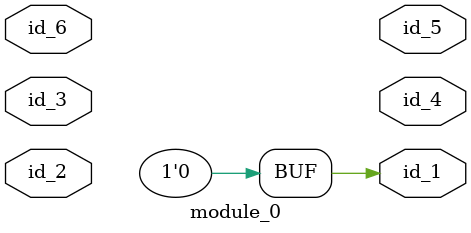
<source format=v>
`timescale 1ps / 1ps
module module_0 (
    id_1,
    id_2,
    id_3,
    id_4,
    id_5,
    id_6
);
  inout id_6;
  output id_5;
  output id_4;
  inout id_3;
  inout id_2;
  output id_1;
  always @(id_3) id_1 = 1'b0;
endmodule

</source>
